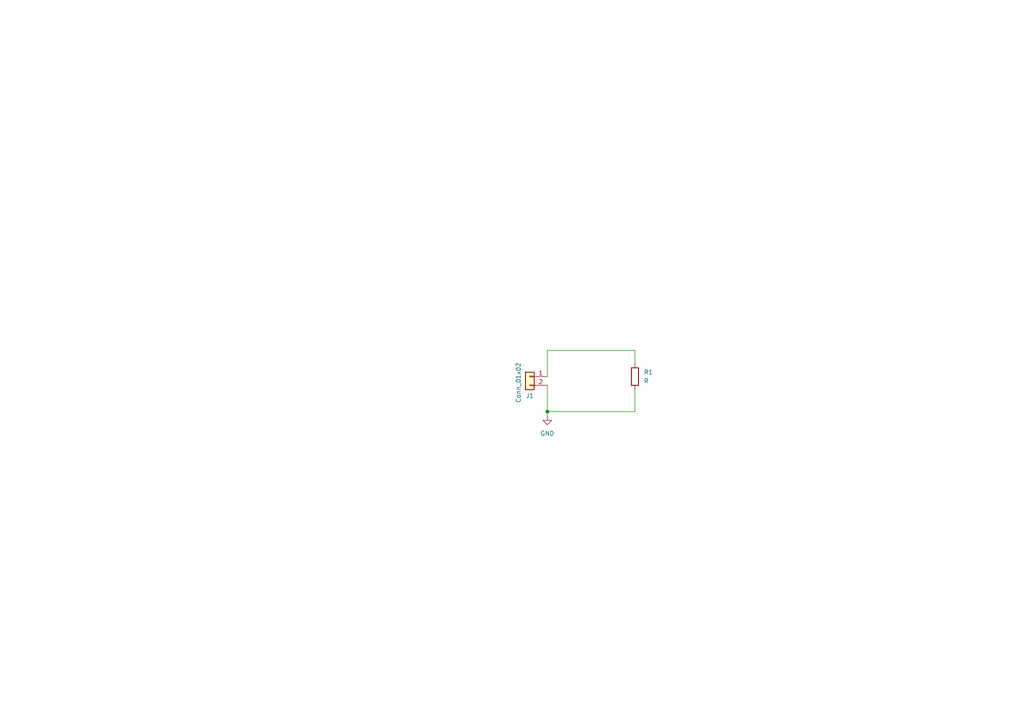
<source format=kicad_sch>
(kicad_sch (version 20250114) (generator "eeschema") (generator_version "9.0")
  (paper "A4")
  (lib_symbols
    (symbol "Connector_Generic:Conn_01x02" (pin_names (offset 1.016) (hide yes))
      (property "Reference" "J" (at 0 2.54 0))
      (property "Value" "Conn_01x02" (at 0 -5.08 0))
      (symbol "Conn_01x02_1_1"
        (rectangle (start -1.27 1.27) (end 1.27 -3.81) (stroke (width 0.254)) (fill (type background)))
        (rectangle (start -1.27 0.127) (end 0 -0.127) (stroke (width 0.1524)))
        (rectangle (start -1.27 -2.413) (end 0 -2.667) (stroke (width 0.1524)))
        (pin passive line (at -5.08 0 0) (length 3.81) (name "Pin_1") (number "1"))
        (pin passive line (at -5.08 -2.54 0) (length 3.81) (name "Pin_2") (number "2"))
      )
    )
    (symbol "Device:R" (pin_numbers (hide yes)) (pin_names (offset 0))
      (property "Reference" "R" (at 2.032 0 90))
      (property "Value" "R" (at 0 0 90))
      (symbol "R_0_1"
        (rectangle (start -1.016 -2.54) (end 1.016 2.54) (stroke (width 0.254)))
      )
      (symbol "R_1_1"
        (pin passive line (at 0 3.81 270) (length 1.27) (name "~") (number "1"))
        (pin passive line (at 0 -3.81 90) (length 1.27) (name "~") (number "2"))
      )
    )
    (symbol "power:GND" (power) (pin_numbers (hide yes)) (pin_names (offset 0) (hide yes))
      (property "Value" "GND" (at 0 -3.81 0))
      (symbol "GND_0_1"
        (polyline (pts (xy 0 0) (xy 0 -1.27) (xy 1.27 -1.27) (xy 0 -2.54) (xy -1.27 -1.27) (xy 0 -1.27)))
      )
      (symbol "GND_1_1"
        (pin power_in line (at 0 0 270) (length 0) (name "~") (number "1"))
      )
    )
  )
  (junction (at 158.75 119.38))
  (wire (pts (xy 158.75 101.6) (xy 158.75 109.22)))
  (wire (pts (xy 184.15 101.6) (xy 184.15 105.41)))
  (wire (pts (xy 184.15 119.38) (xy 158.75 119.38)))
  (wire (pts (xy 158.75 111.76) (xy 158.75 119.38)))
  (wire (pts (xy 158.75 119.38) (xy 158.75 120.65)))
  (wire (pts (xy 184.15 113.03) (xy 184.15 119.38)))
  (wire (pts (xy 158.75 101.6) (xy 184.15 101.6)))
  (symbol (lib_id "Connector_Generic:Conn_01x02") (at 153.67 109.22 0) (mirror y) (unit 1)
    (property "Reference" "J1" (at 153.67 114.808 0))
    (property "Value" "Conn_01x02" (at 150.368 110.998 90))
    (property "Footprint" "Connector_PinHeader_2.54mm:PinHeader_1x02_P2.54mm_Vertical_SMD_Pin1Right" (effects (hide yes)))
    (property "Description" "Generic connector, single row, 01x02, script generated (kicad-library-utils/schlib/autogen/connector/)" (effects (hide yes)))
  )
  (symbol (lib_id "power:GND") (at 158.75 120.65 0) (unit 1)
    (property "Reference" "#PWR01" (effects (hide yes)))
    (property "Value" "GND" (at 158.75 125.73 0))
    (property "Description" "Power symbol creates a global label with name \"GND\" , ground" (effects (hide yes)))
  )
  (symbol (lib_id "Device:R") (at 184.15 109.22 0) (unit 1)
    (property "Reference" "R1" (at 186.69 107.9499 0) (effects (justify left)))
    (property "Value" "R" (at 186.69 110.4899 0) (effects (justify left)))
    (property "Footprint" "Resistor_SMD:R_0805_2012Metric" (effects (hide yes)))
    (property "Description" "Resistor" (effects (hide yes)))
  )
)
</source>
